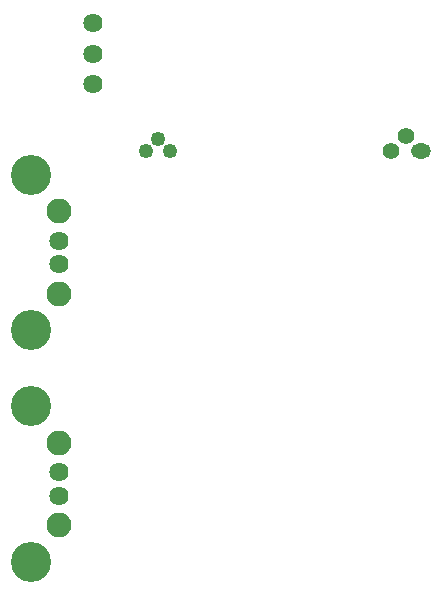
<source format=gbs>
G04 Layer: BottomSolderMaskLayer*
G04 EasyEDA v6.5.51, 2025-10-19 23:19:45*
G04 7b2d1a5a50ca49e0b1e0c3d03fbfd553,f84f62d461a54663ae58951fd378ab02,10*
G04 Gerber Generator version 0.2*
G04 Scale: 100 percent, Rotated: No, Reflected: No *
G04 Dimensions in millimeters *
G04 leading zeros omitted , absolute positions ,4 integer and 5 decimal *
%FSLAX45Y45*%
%MOMM*%

%ADD10O,2.101596X2.101596*%
%ADD11C,1.6256*%
%ADD12C,3.4016*%
%ADD13O,1.701546X1.301496*%
%ADD14C,1.4016*%
%ADD15C,0.0152*%
%ADD16C,1.2500*%
%ADD17O,1.25001X1.25001*%

%LPD*%
D10*
G01*
X-836574Y-2470861D03*
D11*
G01*
X-836574Y-2720847D03*
G01*
X-836574Y-2920847D03*
D10*
G01*
X-836574Y-3170859D03*
D12*
G01*
X-1076578Y-3478352D03*
G01*
X-1076578Y-2163343D03*
D10*
G01*
X-838606Y-509727D03*
D11*
G01*
X-838606Y-759713D03*
G01*
X-838606Y-959713D03*
D10*
G01*
X-838606Y-1209725D03*
D12*
G01*
X-1078610Y-1517218D03*
G01*
X-1078610Y-202209D03*
D13*
G01*
X2228316Y1117D03*
D14*
G01*
X2101316Y128117D03*
G01*
X1974316Y1117D03*
D11*
G01*
X-550214Y1079093D03*
G01*
X-550214Y569087D03*
G01*
X-550214Y823087D03*
D16*
G01*
X-99999Y787D03*
D17*
G01*
X0Y100787D03*
D16*
G01*
X99999Y787D03*
M02*

</source>
